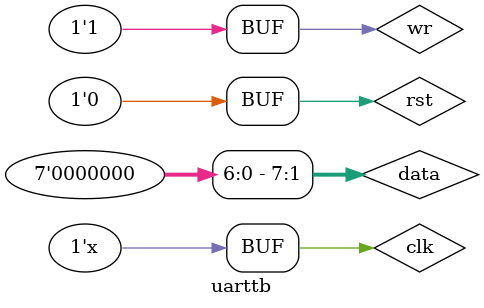
<source format=v>
module uarttb();
 reg rst,clk,wr;
reg [7:0]data;
wire [7:0] od;
wire Tx;


UART uart1(.rst(rst),.clk(clk),.wr(wr),.data(data),.od(od),.Tx(Tx));

always  #10 clk = ~clk;
initial
begin
  clk=1;
  rst=1;
  wr=0;
  #100;
  rst=0;
  wr=1;
  data = $random;
  #100;
end
endmodule
</source>
